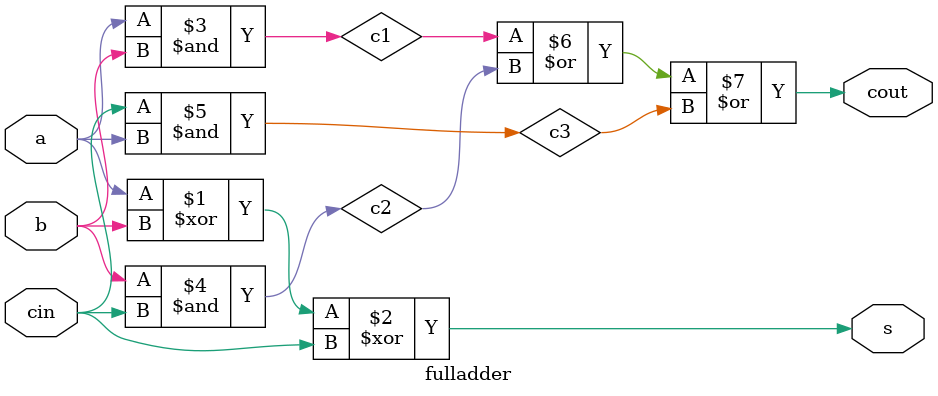
<source format=v>
module carryselect(output [3:0]s,s0,s1,c0,c1,output cout,input [3:0]a,b,input cin);

fulladder f0(s0[0],c0[0],a[0],b[0],1'b0);
fulladder f1(s0[1],c0[1],a[1],b[1],c0[0]);
fulladder f2(s0[2],c0[2],a[2],b[2],c0[1]);
fulladder f3(s0[3],c0[3],a[3],b[3],c0[2]);

fulladder f4(s1[0],c1[0],a[0],b[0],1'b1);
fulladder f5(s1[1],c1[1],a[1],b[1],c1[0]);
fulladder f6(s1[2],c1[2],a[2],b[2],c1[1]);
fulladder f7(s1[3],c1[3],a[3],b[3],c1[2]);

mux m0(s[0],s1[0],s0[0],cin);
mux m1(s[1],s1[1],s0[1],cin);
mux m2(s[2],s1[2],s0[2],cin);
mux m3(s[3],s1[3],s0[3],cin);
mux m4(cout,c1[3],c0[3],cin);

endmodule

module mux(output out,input a,b,sel);
not n1(sel_n,sel);
and a1(sel_b,b,sel_n); //sel=0 out=b
and a2(sel_a,a,sel); //sel=1 out=a
or o1(out,sel_b,sel_a);
endmodule

module fulladder(output s,cout,input a,b,cin);
xor sum(s,a,b,cin);
and a1(c1,a,b);
and a2(c2,b,cin);
and a3(c3,cin,a);
or carry(cout,c1,c2,c3);
endmodule

</source>
